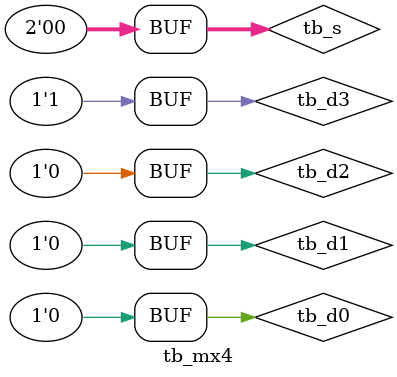
<source format=v>
`timescale 1ns/100ps

module tb_mx4;			//testbench of mx4
	reg tb_d0, tb_d1, tb_d2, tb_d3;
	reg [1:0] tb_s;
	wire tb_y;
	
	mx4 U0_mx4(tb_y, tb_d0, tb_d1, tb_d2, tb_d3, tb_s);
	
	initial begin
		
		tb_d0 = 1; tb_d1 = 0; tb_d2 = 0; tb_d3 = 0; tb_s = 2'b00; #10;		//d0 print
		tb_s = 2'b01; #10;
		
		tb_d0 = 0; tb_d1 = 1; tb_d2 = 0; tb_d3 = 0; #10;		//d1 print
		tb_s = 2'b10; #10;
		
		tb_d0 = 0; tb_d1 = 0; tb_d2 = 1; tb_d3 = 0; #10;		//d2 print
		tb_s = 2'b11; #10;
		
		tb_d0 = 0; tb_d1 = 0; tb_d2 = 0; tb_d3 = 1; #10;		//d3 print
		tb_s = 2'b00; #10;
	end
endmodule

</source>
